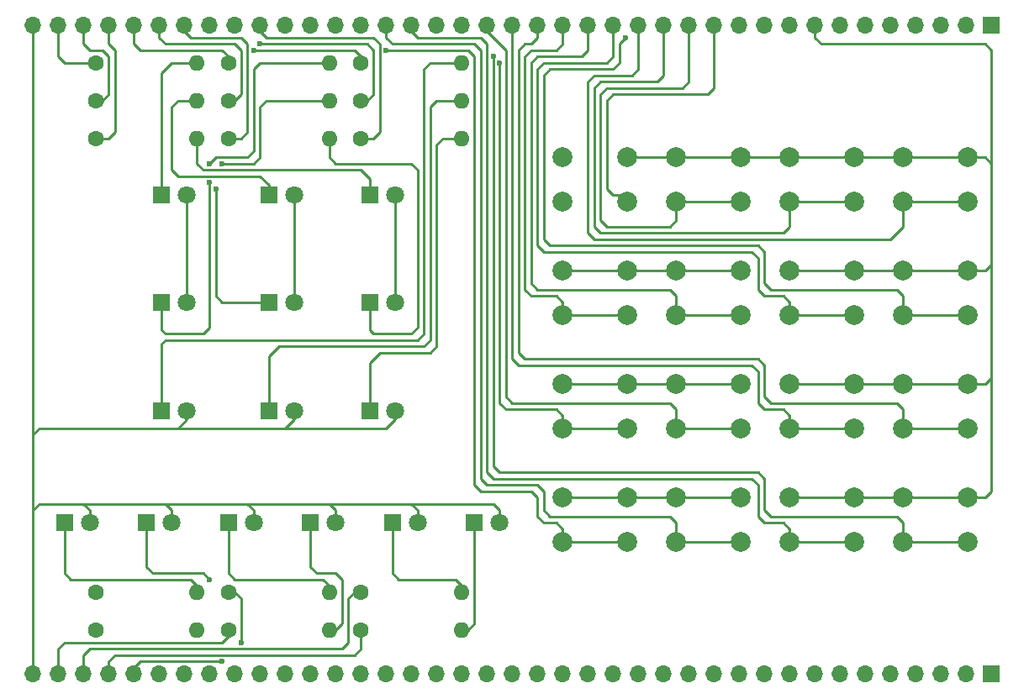
<source format=gtl>
G04 #@! TF.FileFunction,Copper,L1,Top,Signal*
%FSLAX46Y46*%
G04 Gerber Fmt 4.6, Leading zero omitted, Abs format (unit mm)*
G04 Created by KiCad (PCBNEW 4.0.7) date 02/09/20 21:40:41*
%MOMM*%
%LPD*%
G01*
G04 APERTURE LIST*
%ADD10C,0.100000*%
%ADD11R,1.800000X1.800000*%
%ADD12C,1.800000*%
%ADD13C,2.000000*%
%ADD14R,1.700000X1.700000*%
%ADD15O,1.700000X1.700000*%
%ADD16C,1.600000*%
%ADD17O,1.600000X1.600000*%
%ADD18C,0.600000*%
%ADD19C,0.250000*%
G04 APERTURE END LIST*
D10*
D11*
X114554000Y-97155000D03*
D12*
X117094000Y-97155000D03*
D11*
X125349000Y-97155000D03*
D12*
X127889000Y-97155000D03*
D11*
X135509000Y-97155000D03*
D12*
X138049000Y-97155000D03*
D11*
X114554000Y-107950000D03*
D12*
X117094000Y-107950000D03*
D11*
X125349000Y-107950000D03*
D12*
X127889000Y-107950000D03*
D11*
X135509000Y-107950000D03*
D12*
X138049000Y-107950000D03*
D11*
X114554000Y-118872000D03*
D12*
X117094000Y-118872000D03*
D11*
X125349000Y-118872000D03*
D12*
X127889000Y-118872000D03*
D11*
X135509000Y-118872000D03*
D12*
X138049000Y-118872000D03*
D11*
X104775000Y-130175000D03*
D12*
X107315000Y-130175000D03*
D11*
X113030000Y-130175000D03*
D12*
X115570000Y-130175000D03*
D11*
X121285000Y-130175000D03*
D12*
X123825000Y-130175000D03*
D11*
X129540000Y-130175000D03*
D12*
X132080000Y-130175000D03*
D11*
X137795000Y-130175000D03*
D12*
X140335000Y-130175000D03*
D11*
X146050000Y-130175000D03*
D12*
X148590000Y-130175000D03*
D13*
X154940000Y-132135000D03*
X154940000Y-127635000D03*
X161440000Y-132135000D03*
X161440000Y-127635000D03*
X166370000Y-132135000D03*
X166370000Y-127635000D03*
X172870000Y-132135000D03*
X172870000Y-127635000D03*
X177800000Y-132135000D03*
X177800000Y-127635000D03*
X184300000Y-132135000D03*
X184300000Y-127635000D03*
X189230000Y-132135000D03*
X189230000Y-127635000D03*
X195730000Y-132135000D03*
X195730000Y-127635000D03*
X154940000Y-120705000D03*
X154940000Y-116205000D03*
X161440000Y-120705000D03*
X161440000Y-116205000D03*
X166370000Y-120705000D03*
X166370000Y-116205000D03*
X172870000Y-120705000D03*
X172870000Y-116205000D03*
X177800000Y-120705000D03*
X177800000Y-116205000D03*
X184300000Y-120705000D03*
X184300000Y-116205000D03*
X189230000Y-120705000D03*
X189230000Y-116205000D03*
X195730000Y-120705000D03*
X195730000Y-116205000D03*
X154940000Y-109275000D03*
X154940000Y-104775000D03*
X161440000Y-109275000D03*
X161440000Y-104775000D03*
X166370000Y-109275000D03*
X166370000Y-104775000D03*
X172870000Y-109275000D03*
X172870000Y-104775000D03*
X177800000Y-109275000D03*
X177800000Y-104775000D03*
X184300000Y-109275000D03*
X184300000Y-104775000D03*
X189230000Y-109275000D03*
X189230000Y-104775000D03*
X195730000Y-109275000D03*
X195730000Y-104775000D03*
X154940000Y-97845000D03*
X154940000Y-93345000D03*
X161440000Y-97845000D03*
X161440000Y-93345000D03*
X166370000Y-97845000D03*
X166370000Y-93345000D03*
X172870000Y-97845000D03*
X172870000Y-93345000D03*
X177800000Y-97845000D03*
X177800000Y-93345000D03*
X184300000Y-97845000D03*
X184300000Y-93345000D03*
X189230000Y-97845000D03*
X189230000Y-93345000D03*
X195730000Y-97845000D03*
X195730000Y-93345000D03*
D14*
X198120000Y-80010000D03*
D15*
X195580000Y-80010000D03*
X193040000Y-80010000D03*
X190500000Y-80010000D03*
X187960000Y-80010000D03*
X185420000Y-80010000D03*
X182880000Y-80010000D03*
X180340000Y-80010000D03*
X177800000Y-80010000D03*
X175260000Y-80010000D03*
X172720000Y-80010000D03*
X170180000Y-80010000D03*
X167640000Y-80010000D03*
X165100000Y-80010000D03*
X162560000Y-80010000D03*
X160020000Y-80010000D03*
X157480000Y-80010000D03*
X154940000Y-80010000D03*
X152400000Y-80010000D03*
X149860000Y-80010000D03*
X147320000Y-80010000D03*
X144780000Y-80010000D03*
X142240000Y-80010000D03*
X139700000Y-80010000D03*
X137160000Y-80010000D03*
X134620000Y-80010000D03*
X132080000Y-80010000D03*
X129540000Y-80010000D03*
X127000000Y-80010000D03*
X124460000Y-80010000D03*
X121920000Y-80010000D03*
X119380000Y-80010000D03*
X116840000Y-80010000D03*
X114300000Y-80010000D03*
X111760000Y-80010000D03*
X109220000Y-80010000D03*
X106680000Y-80010000D03*
X104140000Y-80010000D03*
X101600000Y-80010000D03*
D14*
X198120000Y-145415000D03*
D15*
X195580000Y-145415000D03*
X193040000Y-145415000D03*
X190500000Y-145415000D03*
X187960000Y-145415000D03*
X185420000Y-145415000D03*
X182880000Y-145415000D03*
X180340000Y-145415000D03*
X177800000Y-145415000D03*
X175260000Y-145415000D03*
X172720000Y-145415000D03*
X170180000Y-145415000D03*
X167640000Y-145415000D03*
X165100000Y-145415000D03*
X162560000Y-145415000D03*
X160020000Y-145415000D03*
X157480000Y-145415000D03*
X154940000Y-145415000D03*
X152400000Y-145415000D03*
X149860000Y-145415000D03*
X147320000Y-145415000D03*
X144780000Y-145415000D03*
X142240000Y-145415000D03*
X139700000Y-145415000D03*
X137160000Y-145415000D03*
X134620000Y-145415000D03*
X132080000Y-145415000D03*
X129540000Y-145415000D03*
X127000000Y-145415000D03*
X124460000Y-145415000D03*
X121920000Y-145415000D03*
X119380000Y-145415000D03*
X116840000Y-145415000D03*
X114300000Y-145415000D03*
X111760000Y-145415000D03*
X109220000Y-145415000D03*
X106680000Y-145415000D03*
X104140000Y-145415000D03*
X101600000Y-145415000D03*
D16*
X107950000Y-83820000D03*
D17*
X118110000Y-83820000D03*
D16*
X107950000Y-87630000D03*
D17*
X118110000Y-87630000D03*
D16*
X107950000Y-91440000D03*
D17*
X118110000Y-91440000D03*
D16*
X121285000Y-83820000D03*
D17*
X131445000Y-83820000D03*
D16*
X121285000Y-87630000D03*
D17*
X131445000Y-87630000D03*
D16*
X121285000Y-91440000D03*
D17*
X131445000Y-91440000D03*
D16*
X134620000Y-83820000D03*
D17*
X144780000Y-83820000D03*
D16*
X134620000Y-87630000D03*
D17*
X144780000Y-87630000D03*
D16*
X134620000Y-91440000D03*
D17*
X144780000Y-91440000D03*
D16*
X107950000Y-137160000D03*
D17*
X118110000Y-137160000D03*
D16*
X107950000Y-140970000D03*
D17*
X118110000Y-140970000D03*
D16*
X121285000Y-137160000D03*
D17*
X131445000Y-137160000D03*
D16*
X121285000Y-140970000D03*
D17*
X131445000Y-140970000D03*
D16*
X134620000Y-137160000D03*
D17*
X144780000Y-137160000D03*
D16*
X134620000Y-140970000D03*
D17*
X144780000Y-140970000D03*
D18*
X119380000Y-95885000D03*
X119380000Y-93980000D03*
X120650000Y-93980000D03*
X120015000Y-96520000D03*
X119380000Y-135890000D03*
X161290000Y-81280000D03*
X148590000Y-83820000D03*
X147955000Y-83185000D03*
X137160000Y-82550000D03*
X124460000Y-81915000D03*
X123825000Y-82550000D03*
X122555000Y-142240000D03*
X120650000Y-144145000D03*
D19*
X138049000Y-118872000D02*
X138049000Y-119761000D01*
X138049000Y-119761000D02*
X137160000Y-120650000D01*
X127889000Y-118872000D02*
X127889000Y-119761000D01*
X127889000Y-119761000D02*
X127000000Y-120650000D01*
X117094000Y-118872000D02*
X117094000Y-119761000D01*
X117094000Y-119761000D02*
X116205000Y-120650000D01*
X117094000Y-107950000D02*
X117094000Y-97155000D01*
X138049000Y-107950000D02*
X138049000Y-97155000D01*
X127889000Y-107950000D02*
X127889000Y-97155000D01*
X127000000Y-120650000D02*
X137160000Y-120650000D01*
X116205000Y-120650000D02*
X127000000Y-120650000D01*
X102235000Y-120650000D02*
X101600000Y-121285000D01*
X116205000Y-120650000D02*
X102235000Y-120650000D01*
X101600000Y-128905000D02*
X101600000Y-121285000D01*
X101600000Y-121285000D02*
X101600000Y-80010000D01*
X139700000Y-128270000D02*
X147955000Y-128270000D01*
X148590000Y-128905000D02*
X148590000Y-130175000D01*
X147955000Y-128270000D02*
X148590000Y-128905000D01*
X131445000Y-128270000D02*
X139700000Y-128270000D01*
X140335000Y-128905000D02*
X140335000Y-130175000D01*
X139700000Y-128270000D02*
X140335000Y-128905000D01*
X123190000Y-128270000D02*
X131445000Y-128270000D01*
X132080000Y-128905000D02*
X132080000Y-130175000D01*
X131445000Y-128270000D02*
X132080000Y-128905000D01*
X114935000Y-128270000D02*
X116205000Y-128270000D01*
X116205000Y-128270000D02*
X123190000Y-128270000D01*
X123825000Y-128905000D02*
X123825000Y-130175000D01*
X123190000Y-128270000D02*
X123825000Y-128905000D01*
X106680000Y-128270000D02*
X114935000Y-128270000D01*
X115570000Y-128905000D02*
X115570000Y-130175000D01*
X114935000Y-128270000D02*
X115570000Y-128905000D01*
X101600000Y-145415000D02*
X101600000Y-128905000D01*
X107315000Y-128905000D02*
X107315000Y-130175000D01*
X106680000Y-128270000D02*
X107315000Y-128905000D01*
X102235000Y-128270000D02*
X106680000Y-128270000D01*
X101600000Y-128905000D02*
X102235000Y-128270000D01*
X114554000Y-97155000D02*
X114554000Y-84836000D01*
X115570000Y-83820000D02*
X118110000Y-83820000D01*
X114554000Y-84836000D02*
X115570000Y-83820000D01*
X118110000Y-87630000D02*
X116205000Y-87630000D01*
X125349000Y-96139000D02*
X125349000Y-97155000D01*
X124460000Y-95250000D02*
X125349000Y-96139000D01*
X116205000Y-95250000D02*
X124460000Y-95250000D01*
X115570000Y-94615000D02*
X116205000Y-95250000D01*
X115570000Y-88265000D02*
X115570000Y-94615000D01*
X116205000Y-87630000D02*
X115570000Y-88265000D01*
X133985000Y-94615000D02*
X134620000Y-94615000D01*
X118110000Y-93980000D02*
X118745000Y-94615000D01*
X118745000Y-94615000D02*
X133985000Y-94615000D01*
X118110000Y-91440000D02*
X118110000Y-93980000D01*
X135509000Y-95504000D02*
X135509000Y-97155000D01*
X134620000Y-94615000D02*
X135509000Y-95504000D01*
X114554000Y-109855000D02*
X114554000Y-110744000D01*
X114935000Y-111125000D02*
X115570000Y-111125000D01*
X114554000Y-110744000D02*
X114935000Y-111125000D01*
X119380000Y-99060000D02*
X119380000Y-110490000D01*
X114554000Y-109855000D02*
X114554000Y-107950000D01*
X118745000Y-111125000D02*
X115570000Y-111125000D01*
X119380000Y-110490000D02*
X118745000Y-111125000D01*
X131445000Y-83820000D02*
X124460000Y-83820000D01*
X119380000Y-95885000D02*
X119380000Y-99060000D01*
X120015000Y-93345000D02*
X119380000Y-93980000D01*
X123190000Y-93345000D02*
X120015000Y-93345000D01*
X123825000Y-92710000D02*
X123190000Y-93345000D01*
X123825000Y-84455000D02*
X123825000Y-92710000D01*
X124460000Y-83820000D02*
X123825000Y-84455000D01*
X120015000Y-96520000D02*
X120015000Y-107315000D01*
X125095000Y-87630000D02*
X124460000Y-88265000D01*
X124460000Y-88265000D02*
X124460000Y-93345000D01*
X124460000Y-93345000D02*
X123825000Y-93980000D01*
X123825000Y-93980000D02*
X120650000Y-93980000D01*
X131445000Y-87630000D02*
X125095000Y-87630000D01*
X120650000Y-107950000D02*
X125349000Y-107950000D01*
X120015000Y-107315000D02*
X120650000Y-107950000D01*
X135509000Y-107950000D02*
X135509000Y-110744000D01*
X140335000Y-110490000D02*
X140335000Y-105410000D01*
X139700000Y-111125000D02*
X140335000Y-110490000D01*
X135890000Y-111125000D02*
X139700000Y-111125000D01*
X135509000Y-110744000D02*
X135890000Y-111125000D01*
X131445000Y-91440000D02*
X131445000Y-93345000D01*
X140335000Y-94615000D02*
X140335000Y-105410000D01*
X139700000Y-93980000D02*
X140335000Y-94615000D01*
X132080000Y-93980000D02*
X139700000Y-93980000D01*
X131445000Y-93345000D02*
X132080000Y-93980000D01*
X114554000Y-118872000D02*
X114554000Y-112141000D01*
X115570000Y-111760000D02*
X140335000Y-111760000D01*
X140335000Y-111760000D02*
X140970000Y-111125000D01*
X140970000Y-111125000D02*
X140970000Y-84455000D01*
X140970000Y-84455000D02*
X141605000Y-83820000D01*
X141605000Y-83820000D02*
X144780000Y-83820000D01*
X114935000Y-111760000D02*
X115570000Y-111760000D01*
X114554000Y-112141000D02*
X114935000Y-111760000D01*
X125349000Y-118872000D02*
X125349000Y-113411000D01*
X142240000Y-87630000D02*
X141605000Y-88265000D01*
X141605000Y-88265000D02*
X141605000Y-111760000D01*
X141605000Y-111760000D02*
X140970000Y-112395000D01*
X140970000Y-112395000D02*
X126365000Y-112395000D01*
X142240000Y-87630000D02*
X144780000Y-87630000D01*
X125349000Y-113411000D02*
X126365000Y-112395000D01*
X135509000Y-118872000D02*
X135509000Y-114046000D01*
X135509000Y-114046000D02*
X136525000Y-113030000D01*
X144780000Y-91440000D02*
X142875000Y-91440000D01*
X141605000Y-113030000D02*
X136525000Y-113030000D01*
X142240000Y-112395000D02*
X141605000Y-113030000D01*
X142240000Y-92075000D02*
X142240000Y-112395000D01*
X142875000Y-91440000D02*
X142240000Y-92075000D01*
X104775000Y-130175000D02*
X104775000Y-135255000D01*
X117475000Y-135890000D02*
X118110000Y-136525000D01*
X105410000Y-135890000D02*
X117475000Y-135890000D01*
X104775000Y-135255000D02*
X105410000Y-135890000D01*
X118110000Y-136525000D02*
X118110000Y-137160000D01*
X119380000Y-135890000D02*
X118745000Y-135255000D01*
X118745000Y-135255000D02*
X113665000Y-135255000D01*
X113665000Y-135255000D02*
X113030000Y-134620000D01*
X113030000Y-134620000D02*
X113030000Y-130175000D01*
X121285000Y-130175000D02*
X121285000Y-135255000D01*
X130810000Y-135890000D02*
X131445000Y-136525000D01*
X121920000Y-135890000D02*
X130810000Y-135890000D01*
X121285000Y-135255000D02*
X121920000Y-135890000D01*
X131445000Y-136525000D02*
X131445000Y-137160000D01*
X131445000Y-140970000D02*
X132080000Y-140970000D01*
X132080000Y-140970000D02*
X132715000Y-140335000D01*
X132715000Y-140335000D02*
X132715000Y-135890000D01*
X132715000Y-135890000D02*
X132080000Y-135255000D01*
X132080000Y-135255000D02*
X130175000Y-135255000D01*
X130175000Y-135255000D02*
X129540000Y-134620000D01*
X129540000Y-134620000D02*
X129540000Y-130175000D01*
X137795000Y-130175000D02*
X137795000Y-135255000D01*
X144145000Y-135890000D02*
X144780000Y-136525000D01*
X138430000Y-135890000D02*
X144145000Y-135890000D01*
X137795000Y-135255000D02*
X138430000Y-135890000D01*
X144780000Y-136525000D02*
X144780000Y-137160000D01*
X144780000Y-140970000D02*
X145415000Y-140970000D01*
X145415000Y-140970000D02*
X146050000Y-140335000D01*
X146050000Y-140335000D02*
X146050000Y-130175000D01*
X172870000Y-93345000D02*
X177800000Y-93345000D01*
X161440000Y-93345000D02*
X166370000Y-93345000D01*
X180340000Y-81280000D02*
X180975000Y-81915000D01*
X198120000Y-83185000D02*
X198120000Y-82550000D01*
X197485000Y-81915000D02*
X196850000Y-81915000D01*
X198120000Y-82550000D02*
X197485000Y-81915000D01*
X180340000Y-80010000D02*
X180340000Y-81280000D01*
X198120000Y-83185000D02*
X198120000Y-93980000D01*
X180975000Y-81915000D02*
X196850000Y-81915000D01*
X198120000Y-115570000D02*
X198120000Y-127000000D01*
X197485000Y-127635000D02*
X195730000Y-127635000D01*
X198120000Y-127000000D02*
X197485000Y-127635000D01*
X198120000Y-104140000D02*
X198120000Y-115570000D01*
X197485000Y-116205000D02*
X195730000Y-116205000D01*
X198120000Y-115570000D02*
X197485000Y-116205000D01*
X195730000Y-93345000D02*
X197485000Y-93345000D01*
X197485000Y-104775000D02*
X195730000Y-104775000D01*
X198120000Y-104140000D02*
X197485000Y-104775000D01*
X198120000Y-93980000D02*
X198120000Y-104140000D01*
X197485000Y-93345000D02*
X198120000Y-93980000D01*
X166370000Y-93345000D02*
X172870000Y-93345000D01*
X177800000Y-93345000D02*
X184300000Y-93345000D01*
X184300000Y-93345000D02*
X189230000Y-93345000D01*
X189230000Y-93345000D02*
X195730000Y-93345000D01*
X177800000Y-104775000D02*
X184300000Y-104775000D01*
X184300000Y-104775000D02*
X189230000Y-104775000D01*
X189230000Y-104775000D02*
X195730000Y-104775000D01*
X166370000Y-104775000D02*
X172870000Y-104775000D01*
X161440000Y-104775000D02*
X166370000Y-104775000D01*
X154940000Y-104775000D02*
X161440000Y-104775000D01*
X161440000Y-116205000D02*
X154940000Y-116205000D01*
X166370000Y-116205000D02*
X161440000Y-116205000D01*
X172870000Y-116205000D02*
X166370000Y-116205000D01*
X184300000Y-116205000D02*
X177800000Y-116205000D01*
X189230000Y-116205000D02*
X184300000Y-116205000D01*
X195730000Y-116205000D02*
X189230000Y-116205000D01*
X189230000Y-127635000D02*
X195730000Y-127635000D01*
X184300000Y-127635000D02*
X189230000Y-127635000D01*
X177800000Y-127635000D02*
X184300000Y-127635000D01*
X166370000Y-127635000D02*
X172870000Y-127635000D01*
X161440000Y-127635000D02*
X166370000Y-127635000D01*
X154940000Y-127635000D02*
X161440000Y-127635000D01*
X189230000Y-109275000D02*
X189230000Y-107315000D01*
X160655000Y-81915000D02*
X161290000Y-81280000D01*
X160655000Y-83820000D02*
X160655000Y-81915000D01*
X160020000Y-84455000D02*
X160655000Y-83820000D01*
X153670000Y-84455000D02*
X160020000Y-84455000D01*
X153035000Y-85090000D02*
X153670000Y-84455000D01*
X153035000Y-101600000D02*
X153035000Y-85090000D01*
X153670000Y-102235000D02*
X153035000Y-101600000D01*
X174625000Y-102235000D02*
X153670000Y-102235000D01*
X175260000Y-102870000D02*
X174625000Y-102235000D01*
X175260000Y-106045000D02*
X175260000Y-102870000D01*
X175895000Y-106680000D02*
X175260000Y-106045000D01*
X188595000Y-106680000D02*
X175895000Y-106680000D01*
X189230000Y-107315000D02*
X188595000Y-106680000D01*
X189230000Y-109275000D02*
X195730000Y-109275000D01*
X159385000Y-94615000D02*
X159385000Y-96520000D01*
X160020000Y-97155000D02*
X160750000Y-97155000D01*
X159385000Y-96520000D02*
X160020000Y-97155000D01*
X160750000Y-97155000D02*
X161440000Y-97845000D01*
X170180000Y-86360000D02*
X170180000Y-85090000D01*
X169545000Y-86995000D02*
X170180000Y-86360000D01*
X160020000Y-86995000D02*
X169545000Y-86995000D01*
X159385000Y-87630000D02*
X160020000Y-86995000D01*
X159385000Y-94615000D02*
X159385000Y-87630000D01*
X170180000Y-81280000D02*
X170180000Y-85090000D01*
X170180000Y-81280000D02*
X170180000Y-80010000D01*
X166370000Y-97845000D02*
X166370000Y-99695000D01*
X167640000Y-85725000D02*
X167640000Y-80010000D01*
X167005000Y-86360000D02*
X167640000Y-85725000D01*
X159385000Y-86360000D02*
X167005000Y-86360000D01*
X158750000Y-86995000D02*
X159385000Y-86360000D01*
X158750000Y-99695000D02*
X158750000Y-86995000D01*
X159385000Y-100330000D02*
X158750000Y-99695000D01*
X165735000Y-100330000D02*
X159385000Y-100330000D01*
X166370000Y-99695000D02*
X165735000Y-100330000D01*
X166370000Y-97845000D02*
X172870000Y-97845000D01*
X162560000Y-85725000D02*
X164465000Y-85725000D01*
X165100000Y-85090000D02*
X165100000Y-80010000D01*
X164465000Y-85725000D02*
X165100000Y-85090000D01*
X164465000Y-100965000D02*
X158750000Y-100965000D01*
X158750000Y-85725000D02*
X162560000Y-85725000D01*
X158115000Y-86360000D02*
X158750000Y-85725000D01*
X158115000Y-100330000D02*
X158115000Y-86360000D01*
X158750000Y-100965000D02*
X158115000Y-100330000D01*
X177800000Y-97845000D02*
X177800000Y-100330000D01*
X177165000Y-100965000D02*
X164465000Y-100965000D01*
X177800000Y-100330000D02*
X177165000Y-100965000D01*
X177800000Y-97845000D02*
X184300000Y-97845000D01*
X158115000Y-101600000D02*
X157480000Y-100965000D01*
X163830000Y-101600000D02*
X158115000Y-101600000D01*
X162560000Y-84455000D02*
X162560000Y-80010000D01*
X161925000Y-85090000D02*
X162560000Y-84455000D01*
X158115000Y-85090000D02*
X161925000Y-85090000D01*
X157480000Y-85725000D02*
X158115000Y-85090000D01*
X157480000Y-100965000D02*
X157480000Y-85725000D01*
X189230000Y-97845000D02*
X189230000Y-100330000D01*
X187960000Y-101600000D02*
X163830000Y-101600000D01*
X189230000Y-100330000D02*
X187960000Y-101600000D01*
X189230000Y-97845000D02*
X195730000Y-97845000D01*
X177800000Y-109275000D02*
X177800000Y-107950000D01*
X160020000Y-83185000D02*
X160020000Y-80010000D01*
X159385000Y-83820000D02*
X160020000Y-83185000D01*
X153035000Y-83820000D02*
X159385000Y-83820000D01*
X152400000Y-84455000D02*
X153035000Y-83820000D01*
X152400000Y-102235000D02*
X152400000Y-84455000D01*
X153035000Y-102870000D02*
X152400000Y-102235000D01*
X173990000Y-102870000D02*
X153035000Y-102870000D01*
X174625000Y-103505000D02*
X173990000Y-102870000D01*
X174625000Y-106680000D02*
X174625000Y-103505000D01*
X175260000Y-107315000D02*
X174625000Y-106680000D01*
X177165000Y-107315000D02*
X175260000Y-107315000D01*
X177800000Y-107950000D02*
X177165000Y-107315000D01*
X184300000Y-109275000D02*
X177800000Y-109275000D01*
X166370000Y-109275000D02*
X166370000Y-107315000D01*
X157480000Y-82550000D02*
X157480000Y-80010000D01*
X156845000Y-83185000D02*
X157480000Y-82550000D01*
X152400000Y-83185000D02*
X156845000Y-83185000D01*
X151765000Y-83820000D02*
X152400000Y-83185000D01*
X151765000Y-106045000D02*
X151765000Y-83820000D01*
X152400000Y-106680000D02*
X151765000Y-106045000D01*
X165735000Y-106680000D02*
X152400000Y-106680000D01*
X166370000Y-107315000D02*
X165735000Y-106680000D01*
X172870000Y-109275000D02*
X166370000Y-109275000D01*
X154940000Y-109275000D02*
X154940000Y-107950000D01*
X154940000Y-81915000D02*
X154940000Y-80010000D01*
X154305000Y-82550000D02*
X154940000Y-81915000D01*
X151765000Y-82550000D02*
X154305000Y-82550000D01*
X151130000Y-83185000D02*
X151765000Y-82550000D01*
X151130000Y-106680000D02*
X151130000Y-83185000D01*
X151765000Y-107315000D02*
X151130000Y-106680000D01*
X154305000Y-107315000D02*
X151765000Y-107315000D01*
X154940000Y-107950000D02*
X154305000Y-107315000D01*
X161440000Y-109275000D02*
X154940000Y-109275000D01*
X150495000Y-85725000D02*
X150495000Y-110490000D01*
X152400000Y-81280000D02*
X151765000Y-81915000D01*
X151765000Y-81915000D02*
X151130000Y-81915000D01*
X151130000Y-81915000D02*
X150495000Y-82550000D01*
X150495000Y-82550000D02*
X150495000Y-85725000D01*
X152400000Y-80010000D02*
X152400000Y-81280000D01*
X151130000Y-113665000D02*
X150495000Y-113030000D01*
X150495000Y-113030000D02*
X150495000Y-110490000D01*
X189230000Y-118745000D02*
X189230000Y-120705000D01*
X174625000Y-113665000D02*
X165735000Y-113665000D01*
X175260000Y-114300000D02*
X174625000Y-113665000D01*
X175260000Y-117475000D02*
X175260000Y-114300000D01*
X175895000Y-118110000D02*
X175260000Y-117475000D01*
X188595000Y-118110000D02*
X175895000Y-118110000D01*
X189230000Y-118745000D02*
X188595000Y-118110000D01*
X165735000Y-113665000D02*
X151130000Y-113665000D01*
X189230000Y-120705000D02*
X195730000Y-120705000D01*
X149860000Y-111760000D02*
X149860000Y-85725000D01*
X149860000Y-80010000D02*
X149860000Y-85725000D01*
X150495000Y-114300000D02*
X149860000Y-113665000D01*
X149860000Y-113665000D02*
X149860000Y-111760000D01*
X165735000Y-114300000D02*
X173990000Y-114300000D01*
X173990000Y-114300000D02*
X174625000Y-114935000D01*
X177800000Y-119380000D02*
X177800000Y-120705000D01*
X174625000Y-118110000D02*
X174625000Y-114935000D01*
X175260000Y-118745000D02*
X174625000Y-118110000D01*
X177165000Y-118745000D02*
X175260000Y-118745000D01*
X177800000Y-119380000D02*
X177165000Y-118745000D01*
X165735000Y-114300000D02*
X150495000Y-114300000D01*
X177800000Y-120705000D02*
X184300000Y-120705000D01*
X166370000Y-120705000D02*
X166370000Y-118745000D01*
X149225000Y-82550000D02*
X149225000Y-85090000D01*
X149225000Y-82550000D02*
X147320000Y-80645000D01*
X149225000Y-117475000D02*
X149225000Y-85090000D01*
X149860000Y-118110000D02*
X149225000Y-117475000D01*
X165735000Y-118110000D02*
X149860000Y-118110000D01*
X166370000Y-118745000D02*
X165735000Y-118110000D01*
X147320000Y-80010000D02*
X147320000Y-80645000D01*
X166370000Y-120705000D02*
X172870000Y-120705000D01*
X148590000Y-85725000D02*
X148590000Y-118110000D01*
X148590000Y-83820000D02*
X148590000Y-85725000D01*
X154940000Y-119380000D02*
X154940000Y-120705000D01*
X154305000Y-118745000D02*
X154940000Y-119380000D01*
X149225000Y-118745000D02*
X154305000Y-118745000D01*
X148590000Y-118110000D02*
X149225000Y-118745000D01*
X154940000Y-120705000D02*
X161440000Y-120705000D01*
X174625000Y-125095000D02*
X175260000Y-125730000D01*
X175895000Y-129540000D02*
X176530000Y-129540000D01*
X175260000Y-128905000D02*
X175895000Y-129540000D01*
X175260000Y-125730000D02*
X175260000Y-128905000D01*
X189230000Y-132135000D02*
X189230000Y-130175000D01*
X147955000Y-83185000D02*
X147955000Y-85725000D01*
X147955000Y-124460000D02*
X147955000Y-85725000D01*
X148590000Y-125095000D02*
X147955000Y-124460000D01*
X174625000Y-125095000D02*
X148590000Y-125095000D01*
X188595000Y-129540000D02*
X176530000Y-129540000D01*
X189230000Y-130175000D02*
X188595000Y-129540000D01*
X195730000Y-132135000D02*
X189230000Y-132135000D01*
X173990000Y-125730000D02*
X174625000Y-126365000D01*
X174625000Y-129540000D02*
X174625000Y-126365000D01*
X177800000Y-132135000D02*
X177800000Y-130810000D01*
X177165000Y-130175000D02*
X175260000Y-130175000D01*
X175260000Y-130175000D02*
X174625000Y-129540000D01*
X177800000Y-130810000D02*
X177165000Y-130175000D01*
X173990000Y-125730000D02*
X151765000Y-125730000D01*
X147320000Y-81915000D02*
X147320000Y-85090000D01*
X151765000Y-125730000D02*
X147955000Y-125730000D01*
X147955000Y-125730000D02*
X147320000Y-125095000D01*
X147320000Y-125095000D02*
X147320000Y-85090000D01*
X140335000Y-81280000D02*
X139700000Y-80645000D01*
X140335000Y-81280000D02*
X146685000Y-81280000D01*
X146685000Y-81280000D02*
X147320000Y-81915000D01*
X139700000Y-80010000D02*
X139700000Y-80645000D01*
X184300000Y-132135000D02*
X177800000Y-132135000D01*
X166370000Y-130810000D02*
X166370000Y-130175000D01*
X152400000Y-126365000D02*
X151130000Y-126365000D01*
X153035000Y-127000000D02*
X152400000Y-126365000D01*
X153035000Y-128905000D02*
X153035000Y-127000000D01*
X153670000Y-129540000D02*
X153035000Y-128905000D01*
X165735000Y-129540000D02*
X153670000Y-129540000D01*
X166370000Y-130175000D02*
X165735000Y-129540000D01*
X146685000Y-85090000D02*
X146685000Y-125730000D01*
X137160000Y-81280000D02*
X137795000Y-81915000D01*
X137795000Y-81915000D02*
X146050000Y-81915000D01*
X146050000Y-81915000D02*
X146685000Y-82550000D01*
X146685000Y-82550000D02*
X146685000Y-85090000D01*
X137160000Y-80010000D02*
X137160000Y-81280000D01*
X166370000Y-130810000D02*
X166370000Y-132135000D01*
X147320000Y-126365000D02*
X151130000Y-126365000D01*
X146685000Y-125730000D02*
X147320000Y-126365000D01*
X172870000Y-132135000D02*
X166370000Y-132135000D01*
X154940000Y-130810000D02*
X154305000Y-130175000D01*
X153035000Y-130175000D02*
X152400000Y-129540000D01*
X154305000Y-130175000D02*
X153035000Y-130175000D01*
X150495000Y-127000000D02*
X151765000Y-127000000D01*
X146050000Y-126365000D02*
X146685000Y-127000000D01*
X146685000Y-127000000D02*
X150495000Y-127000000D01*
X146050000Y-83185000D02*
X146050000Y-85090000D01*
X145415000Y-82550000D02*
X146050000Y-83185000D01*
X137160000Y-82550000D02*
X145415000Y-82550000D01*
X146050000Y-85090000D02*
X146050000Y-126365000D01*
X151765000Y-127000000D02*
X152400000Y-127635000D01*
X152400000Y-127635000D02*
X152400000Y-129540000D01*
X154940000Y-130810000D02*
X154940000Y-132135000D01*
X161440000Y-132135000D02*
X154940000Y-132135000D01*
X124460000Y-80010000D02*
X124460000Y-80645000D01*
X124460000Y-80645000D02*
X125095000Y-81280000D01*
X125095000Y-81280000D02*
X135890000Y-81280000D01*
X135890000Y-81280000D02*
X136525000Y-81915000D01*
X136525000Y-81915000D02*
X136525000Y-90805000D01*
X136525000Y-90805000D02*
X135890000Y-91440000D01*
X135890000Y-91440000D02*
X134620000Y-91440000D01*
X135890000Y-86995000D02*
X135255000Y-87630000D01*
X135890000Y-82550000D02*
X135890000Y-86995000D01*
X135255000Y-81915000D02*
X135890000Y-82550000D01*
X124460000Y-81915000D02*
X135255000Y-81915000D01*
X135255000Y-87630000D02*
X134620000Y-87630000D01*
X133985000Y-82550000D02*
X134620000Y-83185000D01*
X123825000Y-82550000D02*
X133985000Y-82550000D01*
X134620000Y-83185000D02*
X134620000Y-83820000D01*
X116840000Y-80010000D02*
X116840000Y-80645000D01*
X116840000Y-80645000D02*
X117475000Y-81280000D01*
X117475000Y-81280000D02*
X122555000Y-81280000D01*
X122555000Y-81280000D02*
X123190000Y-81915000D01*
X123190000Y-81915000D02*
X123190000Y-90805000D01*
X123190000Y-90805000D02*
X122555000Y-91440000D01*
X122555000Y-91440000D02*
X121285000Y-91440000D01*
X114300000Y-80010000D02*
X114300000Y-81280000D01*
X122555000Y-86995000D02*
X121920000Y-87630000D01*
X122555000Y-82550000D02*
X122555000Y-86995000D01*
X121920000Y-81915000D02*
X122555000Y-82550000D01*
X114935000Y-81915000D02*
X121920000Y-81915000D01*
X114300000Y-81280000D02*
X114935000Y-81915000D01*
X121920000Y-87630000D02*
X121285000Y-87630000D01*
X111760000Y-80010000D02*
X111760000Y-81915000D01*
X120650000Y-82550000D02*
X121285000Y-83185000D01*
X112395000Y-82550000D02*
X120650000Y-82550000D01*
X111760000Y-81915000D02*
X112395000Y-82550000D01*
X121285000Y-83185000D02*
X121285000Y-83820000D01*
X109220000Y-80010000D02*
X109220000Y-81915000D01*
X109220000Y-91440000D02*
X107950000Y-91440000D01*
X109855000Y-90805000D02*
X109220000Y-91440000D01*
X109855000Y-82550000D02*
X109855000Y-90805000D01*
X109220000Y-81915000D02*
X109855000Y-82550000D01*
X109220000Y-83185000D02*
X108585000Y-82550000D01*
X106680000Y-80010000D02*
X106680000Y-81915000D01*
X106680000Y-81915000D02*
X107315000Y-82550000D01*
X107315000Y-82550000D02*
X108585000Y-82550000D01*
X109220000Y-86995000D02*
X108585000Y-87630000D01*
X109220000Y-83185000D02*
X109220000Y-86995000D01*
X108585000Y-87630000D02*
X107950000Y-87630000D01*
X104140000Y-80010000D02*
X104140000Y-83185000D01*
X104775000Y-83820000D02*
X107950000Y-83820000D01*
X104140000Y-83185000D02*
X104775000Y-83820000D01*
X121285000Y-137160000D02*
X121920000Y-137160000D01*
X121920000Y-137160000D02*
X122555000Y-137795000D01*
X122555000Y-137795000D02*
X122555000Y-142240000D01*
X120650000Y-144145000D02*
X112395000Y-144145000D01*
X112395000Y-144145000D02*
X111760000Y-144780000D01*
X111760000Y-144780000D02*
X111760000Y-145415000D01*
X109220000Y-145415000D02*
X109220000Y-144145000D01*
X134620000Y-142875000D02*
X134620000Y-140970000D01*
X133985000Y-143510000D02*
X134620000Y-142875000D01*
X109855000Y-143510000D02*
X133985000Y-143510000D01*
X109220000Y-144145000D02*
X109855000Y-143510000D01*
X106680000Y-145415000D02*
X106680000Y-143510000D01*
X133350000Y-137795000D02*
X133985000Y-137160000D01*
X133350000Y-142240000D02*
X133350000Y-137795000D01*
X132715000Y-142875000D02*
X133350000Y-142240000D01*
X107315000Y-142875000D02*
X132715000Y-142875000D01*
X106680000Y-143510000D02*
X107315000Y-142875000D01*
X133985000Y-137160000D02*
X134620000Y-137160000D01*
X104140000Y-145415000D02*
X104140000Y-142875000D01*
X120650000Y-142240000D02*
X121285000Y-141605000D01*
X104775000Y-142240000D02*
X120650000Y-142240000D01*
X104140000Y-142875000D02*
X104775000Y-142240000D01*
X121285000Y-141605000D02*
X121285000Y-140970000D01*
M02*

</source>
